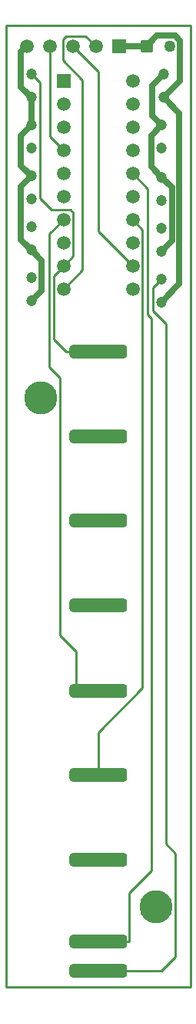
<source format=gtl>
G04 Layer_Physical_Order=1*
G04 Layer_Color=255*
%FSLAX25Y25*%
%MOIN*%
G70*
G01*
G75*
%ADD10C,0.01000*%
%ADD11C,0.02500*%
G04:AMPARAMS|DCode=12|XSize=250mil|YSize=60mil|CornerRadius=15mil|HoleSize=0mil|Usage=FLASHONLY|Rotation=180.000|XOffset=0mil|YOffset=0mil|HoleType=Round|Shape=RoundedRectangle|*
%AMROUNDEDRECTD12*
21,1,0.25000,0.03000,0,0,180.0*
21,1,0.22000,0.06000,0,0,180.0*
1,1,0.03000,-0.11000,0.01500*
1,1,0.03000,0.11000,0.01500*
1,1,0.03000,0.11000,-0.01500*
1,1,0.03000,-0.11000,-0.01500*
%
%ADD12ROUNDEDRECTD12*%
%ADD13C,0.05000*%
G04:AMPARAMS|DCode=14|XSize=55.12mil|YSize=55.12mil|CornerRadius=6.89mil|HoleSize=0mil|Usage=FLASHONLY|Rotation=0.000|XOffset=0mil|YOffset=0mil|HoleType=Round|Shape=RoundedRectangle|*
%AMROUNDEDRECTD14*
21,1,0.05512,0.04134,0,0,0.0*
21,1,0.04134,0.05512,0,0,0.0*
1,1,0.01378,0.02067,-0.02067*
1,1,0.01378,-0.02067,-0.02067*
1,1,0.01378,-0.02067,0.02067*
1,1,0.01378,0.02067,0.02067*
%
%ADD14ROUNDEDRECTD14*%
%ADD15C,0.04724*%
%ADD16C,0.14300*%
%ADD17C,0.05905*%
%ADD18R,0.05905X0.05905*%
%ADD19C,0.05905*%
%ADD20R,0.05905X0.05905*%
D10*
X240500Y411000D02*
Y427800D01*
X250000Y302500D02*
X263500D01*
Y323600D01*
X273100Y333200D01*
Y571900D01*
X271600Y573400D02*
X273100Y571900D01*
X271600Y573400D02*
Y627900D01*
X265000Y634500D02*
X271600Y627900D01*
X240500Y411000D02*
X250000D01*
X233500Y434800D02*
X240500Y427800D01*
X233500Y434800D02*
Y546300D01*
X228947Y550853D02*
X233500Y546300D01*
X228947Y550853D02*
Y608447D01*
X235000Y614500D01*
Y594500D02*
X239253Y598753D01*
Y617500D01*
X238000Y618753D02*
X239253Y617500D01*
X229947Y618753D02*
X238000D01*
X224700Y624000D02*
X229947Y618753D01*
X224700Y624000D02*
Y673800D01*
X221000Y677500D02*
X224700Y673800D01*
X230747Y590247D02*
X235000Y594500D01*
X230747Y562753D02*
Y590247D01*
Y562753D02*
X236000Y557500D01*
X250000D01*
X244600Y693900D02*
X249000Y689500D01*
X236000Y693900D02*
X244600D01*
X234700Y692600D02*
X236000Y693900D01*
X234700Y683400D02*
Y692600D01*
Y683400D02*
X243204Y674896D01*
Y592704D02*
Y674896D01*
X235000Y584500D02*
X243204Y592704D01*
X273800Y585300D02*
X277500Y589000D01*
X273800Y575200D02*
Y585300D01*
Y575200D02*
X279400Y569600D01*
Y344800D02*
Y569600D01*
Y344800D02*
X283500Y340700D01*
Y296000D02*
Y340700D01*
X277500Y290000D02*
X283500Y296000D01*
X250000Y290000D02*
X277500D01*
X250000Y374500D02*
Y393000D01*
X269300Y412300D01*
Y610200D01*
X265000Y614500D02*
X269300Y610200D01*
X229000Y650500D02*
X235000Y644500D01*
X229000Y650500D02*
Y689500D01*
X239000D02*
X250000Y678500D01*
Y609500D02*
Y678500D01*
Y609500D02*
X265000Y594500D01*
X210000Y698500D02*
X290000D01*
Y283000D02*
Y698500D01*
X210000Y283000D02*
Y698500D01*
Y283000D02*
X290000D01*
D11*
X273000Y637500D02*
X277500Y633000D01*
X273000Y637500D02*
Y651000D01*
X277500Y655500D01*
X273600Y672600D02*
X278500Y677500D01*
X273600Y659400D02*
Y672600D01*
Y659400D02*
X277500Y655500D01*
X216588Y671912D02*
X221000Y667500D01*
X216588Y671912D02*
Y687088D01*
X219000Y689500D01*
X221000Y601500D02*
X225500Y597000D01*
Y584000D02*
Y597000D01*
X221000Y579500D02*
X225500Y584000D01*
X216500Y651000D02*
X221000Y655500D01*
X216500Y638000D02*
Y651000D01*
Y638000D02*
X221000Y633500D01*
X277500Y633000D02*
X282000Y628500D01*
Y605500D02*
Y628500D01*
X277500Y601000D02*
X282000Y605500D01*
X278500Y667500D02*
X285300Y660700D01*
Y586800D02*
Y660700D01*
X277500Y579000D02*
X285300Y586800D01*
X216500Y606000D02*
X221000Y601500D01*
X216500Y606000D02*
Y629000D01*
X221000Y633500D01*
Y655500D02*
Y667500D01*
X259000Y689500D02*
X271000D01*
X275600Y694100D01*
X283500D01*
X285600Y692000D01*
Y674600D02*
Y692000D01*
X278500Y667500D02*
X285600Y674600D01*
D12*
X250000Y290000D02*
D03*
Y302500D02*
D03*
Y338000D02*
D03*
Y374500D02*
D03*
Y411000D02*
D03*
Y448000D02*
D03*
Y484500D02*
D03*
Y521000D02*
D03*
Y557500D02*
D03*
D13*
X281000Y689500D02*
D03*
D14*
X271000D02*
D03*
D15*
X277500Y579000D02*
D03*
Y589000D02*
D03*
Y655500D02*
D03*
Y645500D02*
D03*
Y633000D02*
D03*
Y623000D02*
D03*
Y601000D02*
D03*
Y611000D02*
D03*
X221000Y601500D02*
D03*
Y611500D02*
D03*
Y633500D02*
D03*
Y623500D02*
D03*
Y655500D02*
D03*
Y645500D02*
D03*
Y579500D02*
D03*
Y589500D02*
D03*
Y667500D02*
D03*
Y677500D02*
D03*
X278500D02*
D03*
Y667500D02*
D03*
D16*
X275000Y317500D02*
D03*
X225000Y537500D02*
D03*
D17*
X219000Y689500D02*
D03*
X229000D02*
D03*
X239000D02*
D03*
X249000D02*
D03*
D18*
X259000D02*
D03*
D19*
X265000Y604500D02*
D03*
Y614500D02*
D03*
Y624500D02*
D03*
Y634500D02*
D03*
Y644500D02*
D03*
Y654500D02*
D03*
Y664500D02*
D03*
Y674500D02*
D03*
X235000Y664500D02*
D03*
Y654500D02*
D03*
Y644500D02*
D03*
Y634500D02*
D03*
Y624500D02*
D03*
Y614500D02*
D03*
Y604500D02*
D03*
X265000Y594500D02*
D03*
X235000D02*
D03*
X265000Y584500D02*
D03*
X235000D02*
D03*
D20*
Y674500D02*
D03*
M02*

</source>
